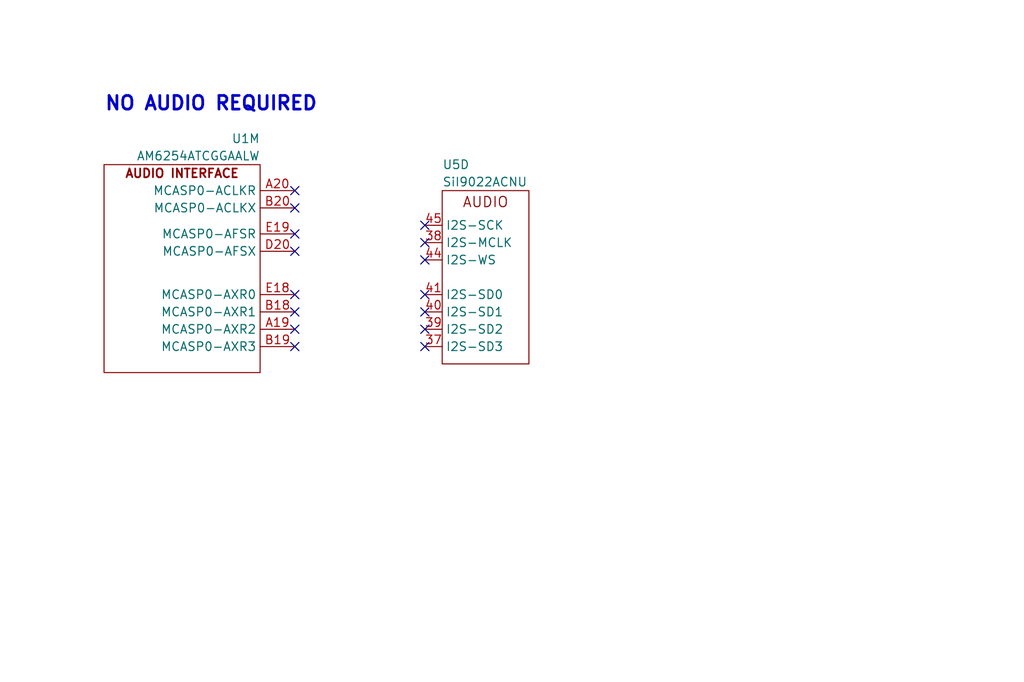
<source format=kicad_sch>
(kicad_sch (version 20231120) (generator "eeschema") (generator_version "8.0")
  (paper "User" 150.012 99.9998)
  (title_block (title "Benchy Reloaded") (rev "REV4") (company "Daxxn Industries"))
  (lib_symbols
    (symbol "Daxxn_IC:SiI9022ACNU"
      (property "Reference" "U" (at 0 3.81 0))
      (property "Value" "SiI9022ACNU" (at 0 1.27 0))
      (symbol "SiI9022ACNU_1_0"
        (pin power_in line (at -2.54 -19.05 0) (length 2.54) hide (name "VCC-CORE") (number "12"))
        (pin power_in line (at -2.54 -6.35 0) (length 2.54) hide (name "VCC-IO") (number "21"))
        (pin power_in line (at -2.54 -19.05 0) (length 2.54) hide (name "VCC-CORE") (number "26"))
        (pin power_in line (at -2.54 -6.35 0) (length 2.54) (name "VCC-IO") (number "3"))
        (pin power_in line (at -2.54 -19.05 0) (length 2.54) hide (name "VCC-CORE") (number "42"))
        (pin power_in line (at 27.94 -19.05 180) (length 2.54) (name "GND-CORE") (number "43"))
        (pin power_in line (at -2.54 -6.35 0) (length 2.54) hide (name "VCC-IO") (number "46"))
        (pin power_in line (at -2.54 -19.05 0) (length 2.54) hide (name "VCC-CORE") (number "47"))
        (pin power_in line (at -2.54 -19.05 0) (length 2.54) (name "VCC-CORE") (number "5"))
        (pin power_in line (at -2.54 -19.05 0) (length 2.54) hide (name "VCC-CORE") (number "53"))
        (pin power_in line (at 27.94 -6.35 180) (length 2.54) (name "GND-IO") (number "57"))
        (pin power_in line (at -2.54 -31.75 0) (length 2.54) (name "AVCC") (number "60"))
        (pin power_in line (at 27.94 -31.75 180) (length 2.54) (name "AGND") (number "63"))
        (pin power_in line (at -2.54 -31.75 0) (length 2.54) hide (name "AVCC") (number "66"))
        (pin power_in line (at 12.7 -38.1 90) (length 2.54) (name "GND-PAD") (number "73"))
      )
      (symbol "SiI9022ACNU_1_1"
        (text "POWER" (at 12.7 -2.54 0) (effects (font (size 1.5 1.5)) (justify bottom)))
      )
      (symbol "SiI9022ACNU_2_0"
        (pin bidirectional line (at 27.94 -5.08 180) (length 2.54) (name "CSCL") (number "1"))
        (pin bidirectional line (at 27.94 -8.89 180) (length 2.54) (name "CSDA") (number "2"))
        (pin input line (at -2.54 -5.08 0) (length 2.54) (name "~{RESET}") (number "51"))
        (pin output line (at -2.54 -8.89 0) (length 2.54) (name "INT") (number "52"))
        (pin passive line (at -2.54 -21.59 0) (length 2.54) (name "RSVDL") (number "55"))
        (pin input line (at 27.94 -21.59 180) (length 2.54) (name "EXT-SWING") (number "56"))
        (pin input line (at 27.94 -13.97 180) (length 2.54) (name "IO-SEL") (number "69"))
        (pin passive line (at -2.54 -17.78 0) (length 2.54) (name "VDDQ") (number "70"))
        (pin input line (at 27.94 -16.51 180) (length 2.54) (name "CI2CA") (number "72"))
      )
      (symbol "SiI9022ACNU_2_1"
        (text "CTRL" (at 12.7 -2.54 0) (effects (font (size 1.5 1.5)) (justify bottom)))
      )
      (symbol "SiI9022ACNU_3_0"
        (pin input line (at -2.54 -50.8 0) (length 2.54) (name "D18") (number "10"))
        (pin input line (at -2.54 -48.26 0) (length 2.54) (name "D17") (number "11"))
        (pin input line (at -2.54 -45.72 0) (length 2.54) (name "D16") (number "13"))
        (pin input line (at -2.54 -43.18 0) (length 2.54) (name "D15") (number "14"))
        (pin input line (at -2.54 -40.64 0) (length 2.54) (name "D14") (number "15"))
        (pin input line (at -2.54 -38.1 0) (length 2.54) (name "D13") (number "16"))
        (pin input line (at -2.54 -35.56 0) (length 2.54) (name "D12") (number "17"))
        (pin input line (at -2.54 -33.02 0) (length 2.54) (name "D11") (number "18"))
        (pin input line (at -2.54 -30.48 0) (length 2.54) (name "D10") (number "19"))
        (pin input line (at -2.54 -27.94 0) (length 2.54) (name "D9") (number "20"))
        (pin input line (at -2.54 -66.04 0) (length 2.54) (name "IDCK") (number "22"))
        (pin input line (at -2.54 -25.4 0) (length 2.54) (name "D8") (number "23"))
        (pin input line (at -2.54 -22.86 0) (length 2.54) (name "D7") (number "24"))
        (pin input line (at -2.54 -20.32 0) (length 2.54) (name "D6") (number "25"))
        (pin input line (at -2.54 -17.78 0) (length 2.54) (name "D5") (number "27"))
        (pin input line (at -2.54 -15.24 0) (length 2.54) (name "D4") (number "28"))
        (pin input line (at -2.54 -12.7 0) (length 2.54) (name "D3") (number "29"))
        (pin input line (at -2.54 -10.16 0) (length 2.54) (name "D2") (number "30"))
        (pin input line (at -2.54 -7.62 0) (length 2.54) (name "D1") (number "31"))
        (pin input line (at -2.54 -5.08 0) (length 2.54) (name "D0") (number "32"))
        (pin input line (at -2.54 -68.58 0) (length 2.54) (name "DE") (number "33"))
        (pin input line (at -2.54 -71.12 0) (length 2.54) (name "HSYNC") (number "34"))
        (pin input line (at -2.54 -73.66 0) (length 2.54) (name "VSYNC") (number "35"))
        (pin input line (at 27.94 -39.37 180) (length 2.54) (name "SPDIF") (number "36"))
        (pin input line (at -2.54 -63.5 0) (length 2.54) (name "D23") (number "4"))
        (pin bidirectional line (at 27.94 -54.61 180) (length 2.54) (name "DSDA") (number "48"))
        (pin bidirectional line (at 27.94 -52.07 180) (length 2.54) (name "DSCL") (number "49"))
        (pin bidirectional line (at 27.94 -62.23 180) (length 2.54) (name "CEC-D") (number "50"))
        (pin input line (at 27.94 -66.04 180) (length 2.54) (name "HPD") (number "54"))
        (pin output line (at 27.94 -5.08 180) (length 2.54) (name "TXC-") (number "58"))
        (pin output line (at 27.94 -7.62 180) (length 2.54) (name "TXC+") (number "59"))
        (pin input line (at -2.54 -60.96 0) (length 2.54) (name "D22") (number "6"))
        (pin output line (at 27.94 -12.7 180) (length 2.54) (name "TX0-") (number "61"))
        (pin output line (at 27.94 -15.24 180) (length 2.54) (name "TX0+") (number "62"))
        (pin output line (at 27.94 -20.32 180) (length 2.54) (name "TX1-") (number "64"))
        (pin output line (at 27.94 -22.86 180) (length 2.54) (name "TX1+") (number "65"))
        (pin output line (at 27.94 -27.94 180) (length 2.54) (name "TX2-") (number "67"))
        (pin output line (at 27.94 -30.48 180) (length 2.54) (name "TX2+") (number "68"))
        (pin input line (at -2.54 -58.42 0) (length 2.54) (name "D21") (number "7"))
        (pin bidirectional line (at 27.94 -59.69 180) (length 2.54) (name "CEC-A") (number "71"))
        (pin input line (at -2.54 -55.88 0) (length 2.54) (name "D20") (number "8"))
        (pin input line (at -2.54 -53.34 0) (length 2.54) (name "D19") (number "9"))
      )
      (symbol "SiI9022ACNU_3_1"
        (text "DISPLAY" (at 12.7 -2.54 0) (effects (font (size 1.5 1.5)) (justify bottom)))
      )
      (symbol "SiI9022ACNU_4_0"
        (pin input line (at -2.54 -22.86 0) (length 2.54) (name "I2S-SD3") (number "37"))
        (pin input line (at -2.54 -7.62 0) (length 2.54) (name "I2S-MCLK") (number "38"))
        (pin input line (at -2.54 -20.32 0) (length 2.54) (name "I2S-SD2") (number "39"))
        (pin input line (at -2.54 -17.78 0) (length 2.54) (name "I2S-SD1") (number "40"))
        (pin input line (at -2.54 -15.24 0) (length 2.54) (name "I2S-SD0") (number "41"))
        (pin input line (at -2.54 -10.16 0) (length 2.54) (name "I2S-WS") (number "44"))
        (pin input line (at -2.54 -5.08 0) (length 2.54) (name "I2S-SCK") (number "45"))
      )
      (symbol "SiI9022ACNU_4_1"
        (text "AUDIO" (at 6.35 -2.54 0) (effects (font (size 1.5 1.5)) (justify bottom)))
      )
    )
    (symbol "Daxxn_TIMicros:AM6254ATCGGAALW"
      (property "Reference" "U" (at 0 3.81 0))
      (property "Value" "AM6254ATCGGAALW" (at 0 1.27 0))
      (symbol "AM6254ATCGGAALW_1_1"
        (text "POWER" (at 12.7 -2.54 0) (effects (font (size 2 2) (bold yes))))
        (text "PROG. SUPPLY" (at 20.32 -6.35 0) (effects (font (size 0.8 0.8)) (justify right)))
        (text "x17" (at 11.43 -41.91 0) (effects (font (size 1.27 1.27)) (justify left)))
        (text "x2" (at 10.16 -27.94 0) (effects (font (size 1.27 1.27)) (justify left)))
        (text "x2" (at 10.16 -15.24 0) (effects (font (size 1.27 1.27)) (justify left)))
        (text "x2" (at 10.16 -12.7 0) (effects (font (size 1.27 1.27)) (justify left)))
        (text "x2" (at 13.97 -10.16 0) (effects (font (size 1.27 1.27)) (justify left)))
        (text "x4" (at 10.16 -17.78 0) (effects (font (size 1.27 1.27)) (justify left)))
        (text "x4" (at 11.43 -95.25 0) (effects (font (size 1.27 1.27)) (justify left)))
        (text "x62" (at 5.08 -130.81 0) (effects (font (size 1.27 1.27)) (justify left)))
        (text "x8" (at 12.7 -52.07 0) (effects (font (size 1.27 1.27)) (justify left)))
        (pin power_in line (at -5.08 -130.81 0) (length 5.08) (name "VSS") (number "A1"))
        (pin no_connect line (at 11.43 35.56 0) (length 5.08) hide (name "RSVD1") (number "A2"))
        (pin power_in line (at -5.08 -130.81 0) (length 5.08) hide (name "VSS") (number "A24"))
        (pin power_in line (at -5.08 -130.81 0) (length 5.08) hide (name "VSS") (number "A25"))
        (pin power_in line (at -5.08 -130.81 0) (length 5.08) hide (name "VSS") (number "AA11"))
        (pin no_connect line (at 11.43 22.86 0) (length 5.08) hide (name "RSVD6") (number "AA12"))
        (pin power_in line (at -5.08 -130.81 0) (length 5.08) hide (name "VSS") (number "AB9"))
        (pin power_in line (at -5.08 -130.81 0) (length 5.08) hide (name "VSS") (number "AD1"))
        (pin power_in line (at -5.08 -130.81 0) (length 5.08) hide (name "VSS") (number "AD12"))
        (pin power_in line (at -5.08 -130.81 0) (length 5.08) hide (name "VSS") (number "AD16"))
        (pin power_in line (at -5.08 -130.81 0) (length 5.08) hide (name "VSS") (number "AD25"))
        (pin power_in line (at -5.08 -130.81 0) (length 5.08) hide (name "VSS") (number "AD9"))
        (pin power_in line (at -5.08 -130.81 0) (length 5.08) hide (name "VSS") (number "AE1"))
        (pin power_in line (at -5.08 -130.81 0) (length 5.08) hide (name "VSS") (number "AE12"))
        (pin power_in line (at -5.08 -130.81 0) (length 5.08) hide (name "VSS") (number "AE16"))
        (pin no_connect line (at 11.43 30.48 0) (length 5.08) hide (name "RSVD3") (number "AE2"))
        (pin power_in line (at -5.08 -130.81 0) (length 5.08) hide (name "VSS") (number "AE24"))
        (pin power_in line (at -5.08 -130.81 0) (length 5.08) hide (name "VSS") (number "AE25"))
        (pin power_in line (at -5.08 -130.81 0) (length 5.08) hide (name "VSS") (number "AE8"))
        (pin no_connect line (at 11.43 38.1 0) (length 5.08) hide (name "RSVD0") (number "B1"))
        (pin power_in line (at -5.08 -130.81 0) (length 5.08) hide (name "VSS") (number "B25"))
        (pin no_connect line (at 11.43 17.78 0) (length 5.08) hide (name "RSVD8") (number "E7"))
        (pin power_in line (at -5.08 -10.16 0) (length 5.08) (name "VDDSHV-MCU") (number "F11"))
        (pin power_in line (at -5.08 -130.81 0) (length 5.08) hide (name "VSS") (number "F13"))
        (pin power_in line (at -5.08 -12.7 0) (length 5.08) (name "VDDSHV0") (number "F15"))
        (pin no_connect line (at 11.43 33.02 0) (length 5.08) hide (name "RSVD2") (number "F6"))
        (pin power_in line (at -5.08 -44.45 0) (length 5.08) (name "VDD-CANUART") (number "F8"))
        (pin power_in line (at -5.08 -10.16 0) (length 5.08) hide (name "VDDSHV-MCU") (number "G12"))
        (pin power_in line (at -5.08 -130.81 0) (length 5.08) hide (name "VSS") (number "G13"))
        (pin power_in line (at -5.08 -12.7 0) (length 5.08) hide (name "VDDSHV0") (number "G14"))
        (pin power_in line (at -5.08 -69.85 0) (length 5.08) (name "VDDA-TEMP1") (number "G16"))
        (pin power_in line (at -5.08 -87.63 0) (length 5.08) (name "VDDSHV5") (number "G17"))
        (pin power_in line (at -5.08 -130.81 0) (length 5.08) hide (name "VSS") (number "G19"))
        (pin power_in line (at -5.08 -82.55 0) (length 5.08) (name "VDDS-OSC0") (number "G7"))
        (pin power_in line (at -5.08 -100.33 0) (length 5.08) (name "CAP-VDDS-CANUART") (number "G9"))
        (pin power_in line (at -5.08 -120.65 0) (length 5.08) (name "CAP-VDDS-MCU") (number "H11"))
        (pin power_in line (at -5.08 -130.81 0) (length 5.08) hide (name "VSS") (number "H13"))
        (pin power_in line (at -5.08 -102.87 0) (length 5.08) (name "CAP-VDDS0") (number "H15"))
        (pin power_in line (at -5.08 -130.81 0) (length 5.08) hide (name "VSS") (number "H16"))
        (pin power_in line (at -5.08 -115.57 0) (length 5.08) (name "CAP-VDDS5") (number "H17"))
        (pin power_in line (at -5.08 -130.81 0) (length 5.08) hide (name "VSS") (number "H18"))
        (pin power_in line (at -5.08 -130.81 0) (length 5.08) hide (name "VSS") (number "H20"))
        (pin power_in line (at -5.08 -41.91 0) (length 5.08) (name "VDD_CORE") (number "H8"))
        (pin power_in line (at -5.08 -20.32 0) (length 5.08) (name "VDDSHV-CANUART") (number "H9"))
        (pin power_in line (at -5.08 -41.91 0) (length 5.08) hide (name "VDD_CORE") (number "J11"))
        (pin power_in line (at -5.08 -52.07 0) (length 5.08) (name "VDDR-CORE") (number "J12"))
        (pin power_in line (at -5.08 -130.81 0) (length 5.08) hide (name "VSS") (number "J13"))
        (pin power_in line (at -5.08 -41.91 0) (length 5.08) hide (name "VDD_CORE") (number "J14"))
        (pin power_in line (at -5.08 -33.02 0) (length 5.08) (name "VDDSHV6") (number "J18"))
        (pin power_in line (at -5.08 -118.11 0) (length 5.08) (name "CAP-VDDS6") (number "J19"))
        (pin power_in line (at -5.08 -130.81 0) (length 5.08) hide (name "VSS") (number "J7"))
        (pin power_in line (at 30.48 -6.35 180) (length 5.08) (name "VPP") (number "J8"))
        (pin power_in line (at -5.08 -130.81 0) (length 5.08) hide (name "VSS") (number "K13"))
        (pin power_in line (at -5.08 -130.81 0) (length 5.08) hide (name "VSS") (number "K15"))
        (pin power_in line (at -5.08 -52.07 0) (length 5.08) hide (name "VDDR-CORE") (number "K16"))
        (pin power_in line (at -5.08 -41.91 0) (length 5.08) hide (name "VDD_CORE") (number "K17"))
        (pin power_in line (at -5.08 -105.41 0) (length 5.08) (name "CAP-VDDS1") (number "K18"))
        (pin power_in line (at -5.08 -130.81 0) (length 5.08) hide (name "VSS") (number "K19"))
        (pin power_in line (at -5.08 -130.81 0) (length 5.08) hide (name "VSS") (number "K7"))
        (pin power_in line (at -5.08 -95.25 0) (length 5.08) (name "VDDS-DDR") (number "K9"))
        (pin power_in line (at -5.08 -57.15 0) (length 5.08) (name "VDDA-MCU") (number "L11"))
        (pin power_in line (at -5.08 -41.91 0) (length 5.08) hide (name "VDD_CORE") (number "L12"))
        (pin power_in line (at -5.08 -64.77 0) (length 5.08) (name "VDDA-PLL2") (number "L14"))
        (pin power_in line (at -5.08 -41.91 0) (length 5.08) hide (name "VDD_CORE") (number "L15"))
        (pin power_in line (at -5.08 -27.94 0) (length 5.08) hide (name "VDDSHV1") (number "L18"))
        (pin power_in line (at -5.08 -130.81 0) (length 5.08) hide (name "VSS") (number "L20"))
        (pin power_in line (at -5.08 -95.25 0) (length 5.08) hide (name "VDDS-DDR") (number "L8"))
        (pin power_in line (at -5.08 -130.81 0) (length 5.08) hide (name "VSS") (number "M10"))
        (pin power_in line (at -5.08 -130.81 0) (length 5.08) hide (name "VSS") (number "M12"))
        (pin power_in line (at -5.08 -130.81 0) (length 5.08) hide (name "VSS") (number "M13"))
        (pin power_in line (at -5.08 -41.91 0) (length 5.08) hide (name "VDD_CORE") (number "M16"))
        (pin power_in line (at -5.08 -130.81 0) (length 5.08) hide (name "VSS") (number "M17"))
        (pin power_in line (at -5.08 -130.81 0) (length 5.08) hide (name "VSS") (number "M18"))
        (pin power_in line (at -5.08 -27.94 0) (length 5.08) (name "VDDSHV1") (number "M19"))
        (pin power_in line (at -5.08 -130.81 0) (length 5.08) hide (name "VSS") (number "M7"))
        (pin power_in line (at -5.08 -130.81 0) (length 5.08) hide (name "VSS") (number "M8"))
        (pin power_in line (at -5.08 -92.71 0) (length 5.08) (name "VDDS-DDR-C") (number "M9"))
        (pin power_in line (at -5.08 -41.91 0) (length 5.08) hide (name "VDD_CORE") (number "N11"))
        (pin power_in line (at -5.08 -52.07 0) (length 5.08) hide (name "VDDR-CORE") (number "N12"))
        (pin power_in line (at -5.08 -41.91 0) (length 5.08) hide (name "VDD_CORE") (number "N13"))
        (pin power_in line (at -5.08 -52.07 0) (length 5.08) hide (name "VDDR-CORE") (number "N14"))
        (pin power_in line (at -5.08 -130.81 0) (length 5.08) hide (name "VSS") (number "N15"))
        (pin power_in line (at -5.08 -17.78 0) (length 5.08) hide (name "VDDSHV3") (number "N18"))
        (pin power_in line (at -5.08 -41.91 0) (length 5.08) hide (name "VDD_CORE") (number "N8"))
        (pin power_in line (at -5.08 -130.81 0) (length 5.08) hide (name "VSS") (number "P10"))
        (pin power_in line (at -5.08 -130.81 0) (length 5.08) hide (name "VSS") (number "P13"))
        (pin power_in line (at -5.08 -52.07 0) (length 5.08) hide (name "VDDR-CORE") (number "P16"))
        (pin power_in line (at -5.08 -41.91 0) (length 5.08) hide (name "VDD_CORE") (number "P17"))
        (pin power_in line (at -5.08 -17.78 0) (length 5.08) hide (name "VDDSHV3") (number "P18"))
        (pin power_in line (at -5.08 -110.49 0) (length 5.08) (name "CAP-VDDS3") (number "P19"))
        (pin power_in line (at -5.08 -130.81 0) (length 5.08) hide (name "VSS") (number "P7"))
        (pin power_in line (at -5.08 -95.25 0) (length 5.08) hide (name "VDDS-DDR") (number "P9"))
        (pin power_in line (at -5.08 -41.91 0) (length 5.08) hide (name "VDD_CORE") (number "R11"))
        (pin power_in line (at -5.08 -52.07 0) (length 5.08) hide (name "VDDR-CORE") (number "R12"))
        (pin power_in line (at -5.08 -130.81 0) (length 5.08) hide (name "VSS") (number "R13"))
        (pin power_in line (at -5.08 -41.91 0) (length 5.08) hide (name "VDD_CORE") (number "R14"))
        (pin power_in line (at -5.08 -130.81 0) (length 5.08) hide (name "VSS") (number "R15"))
        (pin power_in line (at -5.08 -130.81 0) (length 5.08) hide (name "VSS") (number "R18"))
        (pin power_in line (at -5.08 -130.81 0) (length 5.08) hide (name "VSS") (number "R20"))
        (pin power_in line (at -5.08 -95.25 0) (length 5.08) hide (name "VDDS-DDR") (number "R8"))
        (pin power_in line (at -5.08 -52.07 0) (length 5.08) hide (name "VDDR-CORE") (number "T10"))
        (pin power_in line (at -5.08 -130.81 0) (length 5.08) hide (name "VSS") (number "T13"))
        (pin power_in line (at -5.08 -130.81 0) (length 5.08) hide (name "VSS") (number "T14"))
        (pin power_in line (at -5.08 -130.81 0) (length 5.08) hide (name "VSS") (number "T16"))
        (pin power_in line (at -5.08 -130.81 0) (length 5.08) hide (name "VSS") (number "T17"))
        (pin power_in line (at -5.08 -130.81 0) (length 5.08) hide (name "VSS") (number "T18"))
        (pin power_in line (at -5.08 -17.78 0) (length 5.08) (name "VDDSHV3") (number "T19"))
        (pin no_connect line (at 11.43 27.94 0) (length 5.08) hide (name "RSVD4") (number "T2"))
        (pin power_in line (at -5.08 -30.48 0) (length 5.08) (name "VDDSHV4") (number "T7"))
        (pin power_in line (at -5.08 -130.81 0) (length 5.08) hide (name "VSS") (number "T8"))
        (pin power_in line (at -5.08 -67.31 0) (length 5.08) (name "VDDA-TEMP0") (number "T9"))
        (pin power_in line (at -5.08 -59.69 0) (length 5.08) (name "VDDA-PLL0") (number "U11"))
        (pin power_in line (at -5.08 -41.91 0) (length 5.08) hide (name "VDD_CORE") (number "U12"))
        (pin power_in line (at -5.08 -52.07 0) (length 5.08) hide (name "VDDR-CORE") (number "U14"))
        (pin power_in line (at -5.08 -62.23 0) (length 5.08) (name "VDDA-PLL1") (number "U15"))
        (pin power_in line (at -5.08 -17.78 0) (length 5.08) hide (name "VDDSHV3") (number "U18"))
        (pin power_in line (at -5.08 -130.81 0) (length 5.08) hide (name "VSS") (number "U19"))
        (pin no_connect line (at 11.43 25.4 0) (length 5.08) hide (name "RSVD5") (number "U4"))
        (pin power_in line (at -5.08 -113.03 0) (length 5.08) (name "CAP-VDDS4") (number "U7"))
        (pin power_in line (at -5.08 -130.81 0) (length 5.08) hide (name "VSS") (number "U8"))
        (pin power_in line (at -5.08 -130.81 0) (length 5.08) hide (name "VSS") (number "V10"))
        (pin power_in line (at -5.08 -130.81 0) (length 5.08) hide (name "VSS") (number "V11"))
        (pin power_in line (at -5.08 -130.81 0) (length 5.08) hide (name "VSS") (number "V13"))
        (pin power_in line (at -5.08 -41.91 0) (length 5.08) hide (name "VDD_CORE") (number "V15"))
        (pin power_in line (at -5.08 -130.81 0) (length 5.08) hide (name "VSS") (number "V16"))
        (pin power_in line (at -5.08 -41.91 0) (length 5.08) hide (name "VDD_CORE") (number "V17"))
        (pin power_in line (at -5.08 -130.81 0) (length 5.08) hide (name "VSS") (number "V18"))
        (pin power_in line (at -5.08 -41.91 0) (length 5.08) hide (name "VDD_CORE") (number "V8"))
        (pin power_in line (at -5.08 -130.81 0) (length 5.08) hide (name "VSS") (number "V9"))
        (pin power_in line (at -5.08 -74.93 0) (length 5.08) (name "VDDA-1P8-OLDI0") (number "W10"))
        (pin power_in line (at -5.08 -49.53 0) (length 5.08) (name "VDDA-CORE-USB") (number "W12"))
        (pin power_in line (at -5.08 -46.99 0) (length 5.08) (name "VDDA-CORE-CSIRX0") (number "W13"))
        (pin power_in line (at -5.08 -72.39 0) (length 5.08) (name "VDDA-1P8-CSIRX0") (number "W14"))
        (pin power_in line (at -5.08 -15.24 0) (length 5.08) hide (name "VDDSHV2") (number "W16"))
        (pin power_in line (at -5.08 -107.95 0) (length 5.08) (name "CAP-VDDS2") (number "W17"))
        (pin power_in line (at -5.08 -15.24 0) (length 5.08) (name "VDDSHV2") (number "W19"))
        (pin power_in line (at -5.08 -130.81 0) (length 5.08) hide (name "VSS") (number "W7"))
        (pin power_in line (at -5.08 -77.47 0) (length 5.08) (name "VDDA-1P8-OLDI0") (number "W9"))
        (pin power_in line (at -5.08 -80.01 0) (length 5.08) (name "VDDA-1P8-USB") (number "Y11"))
        (pin power_in line (at -5.08 -22.86 0) (length 5.08) (name "VDDA-3P3-USB") (number "Y13"))
        (pin no_connect line (at 11.43 20.32 0) (length 5.08) hide (name "RSVD7") (number "Y15"))
        (pin power_in line (at -5.08 -130.81 0) (length 5.08) hide (name "VSS") (number "Y2"))
      )
      (symbol "AM6254ATCGGAALW_2_1"
        (text "CONTROL" (at 17.78 -1.27 0) (effects (font (size 1.27 1.27) (bold yes))))
        (pin input line (at -5.08 -15.24 0) (length 5.08) (name "EXT-REFCLK1") (number "A18"))
        (pin output line (at -5.08 -30.48 0) (length 5.08) (name "MCU-OSC0-XO") (number "A3"))
        (pin bidirectional line (at -5.08 -49.53 0) (length 5.08) (name "MCU-UART0-TXD") (number "A5"))
        (pin bidirectional line (at -5.08 -54.61 0) (length 5.08) (name "MCU-UART0-CTSn") (number "A6"))
        (pin bidirectional line (at 43.18 -46.99 180) (length 5.08) (name "MCU-SPI0-CLK") (number "A7"))
        (pin bidirectional line (at 43.18 -26.67 180) (length 5.08) (name "MCU-I2C0-SCL") (number "A8"))
        (pin output line (at 43.18 -6.35 180) (length 5.08) (name "MCU-~{RESET-STAT}") (number "B12"))
        (pin input line (at -5.08 -27.94 0) (length 5.08) (name "MCU-OSC0-XI") (number "B2"))
        (pin input line (at 43.18 -34.29 180) (length 5.08) (name "MCU-MCAN0-RX") (number "B3"))
        (pin input line (at -5.08 -52.07 0) (length 5.08) (name "MCU-UART0-RXD") (number "B5"))
        (pin output line (at -5.08 -57.15 0) (length 5.08) (name "MCU-UART0-RTSn") (number "B6"))
        (pin output line (at 43.18 -11.43 180) (length 5.08) (name "PMIC-LPM-EN0") (number "B7"))
        (pin bidirectional line (at 43.18 -57.15 180) (length 5.08) (name "MCU-SPI0-CS1") (number "B8"))
        (pin output line (at -5.08 -40.64 0) (length 5.08) (name "WKUP-LFOSC0-XO") (number "C1"))
        (pin input line (at -5.08 -38.1 0) (length 5.08) (name "WKUP-LFOSC0-XI") (number "C2"))
        (pin bidirectional line (at 43.18 -52.07 180) (length 5.08) (name "MCU-SPI0-D1") (number "C9"))
        (pin bidirectional line (at 43.18 -15.24 180) (length 5.08) (name "MCU-~{ERROR}") (number "D1"))
        (pin bidirectional line (at 43.18 -29.21 180) (length 5.08) (name "MCU-I2C0-SDA") (number "D10"))
        (pin input line (at -5.08 -11.43 0) (length 5.08) (name "EXTINTn") (number "D16"))
        (pin input line (at -5.08 -20.32 0) (length 5.08) (name "~{MCU-POR}") (number "D2"))
        (pin input line (at 43.18 -39.37 180) (length 5.08) (name "MCU-MCAN1-RX") (number "D4"))
        (pin output line (at 43.18 -36.83 180) (length 5.08) (name "MCU-MCAN0-TX") (number "D6"))
        (pin bidirectional line (at 43.18 -49.53 180) (length 5.08) (name "MCU-SPI0-D0") (number "D9"))
        (pin input line (at -5.08 -6.35 0) (length 5.08) (name "MCU-~{RESET}") (number "E11"))
        (pin output line (at 43.18 -20.32 180) (length 5.08) (name "~{POR}-OUT") (number "E21"))
        (pin output line (at 43.18 -41.91 180) (length 5.08) (name "MCU-MCAN1-TX") (number "E5"))
        (pin bidirectional line (at 43.18 -54.61 180) (length 5.08) (name "MCU-SPI0-CS0") (number "E8"))
        (pin input line (at -5.08 -3.81 0) (length 5.08) (name "~{RESET-REQ}") (number "F20"))
        (pin output line (at 43.18 -3.81 180) (length 5.08) (name "~{RESETSTA}") (number "F22"))
      )
      (symbol "AM6254ATCGGAALW_3_1"
        (text "DEBUG" (at 6.35 -1.27 0) (effects (font (size 1.27 1.27) (bold yes))))
        (pin input line (at -5.08 -12.7 0) (length 5.08) (name "TCK") (number "A10"))
        (pin input line (at -5.08 -15.24 0) (length 5.08) (name "TDI") (number "A11"))
        (pin input line (at -5.08 -22.86 0) (length 5.08) (name "~{TRST}") (number "B10"))
        (pin input line (at -5.08 -20.32 0) (length 5.08) (name "TMS") (number "B11"))
        (pin bidirectional line (at -5.08 -7.62 0) (length 5.08) (name "EMU1") (number "C11"))
        (pin output line (at -5.08 -17.78 0) (length 5.08) (name "TDO") (number "D12"))
        (pin bidirectional line (at -5.08 -5.08 0) (length 5.08) (name "EMU0") (number "E12"))
      )
      (symbol "AM6254ATCGGAALW_4_1"
        (text "DDR MEMORY" (at 25.4 -2.54 0) (effects (font (size 1.27 1.27) (bold yes))))
        (pin bidirectional line (at 55.88 -66.04 180) (length 5.08) (name "DDR0-DQS0+") (number "E1"))
        (pin bidirectional line (at 55.88 -68.58 180) (length 5.08) (name "DDR0-DQS0-") (number "E2"))
        (pin bidirectional line (at 55.88 -55.88 180) (length 5.08) (name "DDR0-DQ4") (number "E3"))
        (pin bidirectional line (at 55.88 -63.5 180) (length 5.08) (name "DDR0-DQ7") (number "F1"))
        (pin bidirectional line (at 55.88 -60.96 180) (length 5.08) (name "DDR0-DQ6") (number "F2"))
        (pin bidirectional line (at 55.88 -50.8 180) (length 5.08) (name "DDR0-DQ2") (number "F3"))
        (pin bidirectional line (at 55.88 -45.72 180) (length 5.08) (name "DDR0-DQ0") (number "F4"))
        (pin output line (at -5.08 -25.4 0) (length 5.08) (name "DDR0-RESET0-n") (number "G1"))
        (pin bidirectional line (at 55.88 -58.42 180) (length 5.08) (name "DDR0-DQ5") (number "G2"))
        (pin bidirectional line (at 55.88 -48.26 180) (length 5.08) (name "DDR0-DQ1") (number "G5"))
        (pin output line (at -5.08 -77.47 0) (length 5.08) (name "DDR0-ODT0") (number "H1"))
        (pin output line (at -5.08 -58.42 0) (length 5.08) (name "DDR0-CKE0") (number "H2"))
        (pin bidirectional line (at -5.08 -64.77 0) (length 5.08) (name "DDR0-DM0") (number "H5"))
        (pin bidirectional line (at 55.88 -53.34 180) (length 5.08) (name "DDR0-DQ3") (number "H6"))
        (pin output line (at 55.88 -2.54 180) (length 5.08) (name "DDR0-A0") (number "J1"))
        (pin output line (at 55.88 -5.08 180) (length 5.08) (name "DDR0-A1") (number "J2"))
        (pin output line (at -5.08 -80.01 0) (length 5.08) (name "DDR0-ODT1") (number "J3"))
        (pin output line (at -5.08 -60.96 0) (length 5.08) (name "DDR0-CKE1") (number "J4"))
        (pin output line (at 55.88 -15.24 180) (length 5.08) (name "DDR0-A5") (number "K1"))
        (pin output line (at -5.08 -43.18 0) (length 5.08) (name "DDR0-~{CS1}") (number "K2"))
        (pin output line (at 55.88 -7.62 180) (length 5.08) (name "DDR0-A2") (number "K3"))
        (pin output line (at 55.88 -12.7 180) (length 5.08) (name "DDR0-A4") (number "K4"))
        (pin output line (at -5.08 -34.29 0) (length 5.08) (name "DDR0-CK0+") (number "L1"))
        (pin output line (at -5.08 -36.83 0) (length 5.08) (name "DDR0-CK0-") (number "L2"))
        (pin output line (at 55.88 -10.16 180) (length 5.08) (name "DDR0-A3") (number "L5"))
        (pin output line (at -5.08 -40.64 0) (length 5.08) (name "DDR0-~{CS0}") (number "L6"))
        (pin output line (at -5.08 -46.99 0) (length 5.08) (name "DDR0-BA0") (number "M1"))
        (pin passive line (at -5.08 -93.98 0) (length 5.08) (name "DDR0-CAL0") (number "M2"))
        (pin output line (at -5.08 -12.7 0) (length 5.08) (name "DDR0-CAS-n") (number "M4"))
        (pin output line (at -5.08 -20.32 0) (length 5.08) (name "DDR0-RAS-n") (number "M5"))
        (pin output line (at -5.08 -49.53 0) (length 5.08) (name "DDR0-BA1") (number "N1"))
        (pin output line (at -5.08 -73.66 0) (length 5.08) (name "DDR0-BG1") (number "N2"))
        (pin output line (at -5.08 -17.78 0) (length 5.08) (name "DDR0-WE-n") (number "N3"))
        (pin output line (at -5.08 -22.86 0) (length 5.08) (name "DDR0-ACT-n") (number "N6"))
        (pin output line (at 55.88 -22.86 180) (length 5.08) (name "DDR0-A8") (number "P1"))
        (pin output line (at 55.88 -20.32 180) (length 5.08) (name "DDR0-A7") (number "P2"))
        (pin output line (at 55.88 -25.4 180) (length 5.08) (name "DDR0-A9") (number "P4"))
        (pin output line (at 55.88 -30.48 180) (length 5.08) (name "DDR0-A11") (number "P5"))
        (pin output line (at 55.88 -35.56 180) (length 5.08) (name "DDR0-A13") (number "R1"))
        (pin output line (at 55.88 -17.78 180) (length 5.08) (name "DDR0-A6") (number "R2"))
        (pin bidirectional line (at -5.08 -10.16 0) (length 5.08) (name "DDR0-ALERT-n") (number "R3"))
        (pin output line (at 55.88 -27.94 180) (length 5.08) (name "DDR0-A10") (number "R5"))
        (pin output line (at 55.88 -33.02 180) (length 5.08) (name "DDR0-A12") (number "R6"))
        (pin output line (at -5.08 -15.24 0) (length 5.08) (name "DDR0-PAR") (number "T1"))
        (pin output line (at -5.08 -71.12 0) (length 5.08) (name "DDR0-BG0") (number "T4"))
        (pin bidirectional line (at 55.88 -71.12 180) (length 5.08) (name "DDR0-DQ8") (number "U1"))
        (pin bidirectional line (at 55.88 -76.2 180) (length 5.08) (name "DDR0-DQ10") (number "U2"))
        (pin bidirectional line (at 55.88 -73.66 180) (length 5.08) (name "DDR0-DQ9") (number "U3"))
        (pin bidirectional line (at 55.88 -91.44 180) (length 5.08) (name "DDR0-DQS1+") (number "V1"))
        (pin bidirectional line (at 55.88 -93.98 180) (length 5.08) (name "DDR0-DQS1-") (number "V2"))
        (pin bidirectional line (at 55.88 -78.74 180) (length 5.08) (name "DDR0-DQ11") (number "V5"))
        (pin bidirectional line (at 55.88 -83.82 180) (length 5.08) (name "DDR0-DQ13") (number "V6"))
        (pin bidirectional line (at 55.88 -88.9 180) (length 5.08) (name "DDR0-DQ15") (number "W1"))
        (pin bidirectional line (at 55.88 -81.28 180) (length 5.08) (name "DDR0-DQ12") (number "W2"))
        (pin bidirectional line (at -5.08 -67.31 0) (length 5.08) (name "DDR0-DM1") (number "W5"))
        (pin bidirectional line (at 55.88 -86.36 180) (length 5.08) (name "DDR0-DQ14") (number "Y1"))
      )
      (symbol "AM6254ATCGGAALW_5_1"
        (text "POWER MONITORS" (at 10.16 -1.27 0) (effects (font (size 1.27 1.27) (bold yes))))
        (pin input line (at -5.08 -3.81 0) (length 5.08) (name "VMON-1P8-SOC") (number "G10"))
        (pin input line (at -5.08 -19.05 0) (length 5.08) (name "VMON-VSYS") (number "H10"))
        (pin input line (at -5.08 -11.43 0) (length 5.08) (name "VMON-3P3-SOC") (number "K10"))
      )
      (symbol "AM6254ATCGGAALW_6_1"
        (text "ETHERNET" (at 19.05 -2.54 0) (effects (font (size 1.27 1.27) (bold yes))))
        (pin input line (at -5.08 -24.13 0) (length 5.08) (name "RGMII1-RD3") (number "AA15"))
        (pin output line (at 43.18 -30.48 180) (length 5.08) (name "RGMII2-TD1") (number "AA18"))
        (pin output line (at 43.18 -12.7 180) (length 5.08) (name "RGMII2-TX-CTL") (number "AA19"))
        (pin input line (at -5.08 -21.59 0) (length 5.08) (name "RGMII1-RD2") (number "AB16"))
        (pin input line (at -5.08 -16.51 0) (length 5.08) (name "RGMII1-RD0") (number "AB17"))
        (pin input line (at 43.18 -19.05 180) (length 5.08) (name "RGMII2-RD1") (number "AB20"))
        (pin bidirectional line (at 43.18 -43.18 180) (length 5.08) (name "MDIO0-MDIO") (number "AB22"))
        (pin input line (at -5.08 -19.05 0) (length 5.08) (name "RGMII1-RD1") (number "AC17"))
        (pin output line (at 43.18 -35.56 180) (length 5.08) (name "RGMII2-TD3") (number "AC20"))
        (pin input line (at 43.18 -21.59 180) (length 5.08) (name "RGMII2-RD2") (number "AC21"))
        (pin input line (at -5.08 -5.08 0) (length 5.08) (name "RGMII1-RXC") (number "AD17"))
        (pin output line (at -5.08 -35.56 0) (length 5.08) (name "RGMII1-TD3") (number "AD18"))
        (pin output line (at -5.08 -12.7 0) (length 5.08) (name "RGMII1-TX-CTL") (number "AD19"))
        (pin output line (at -5.08 -30.48 0) (length 5.08) (name "RGMII1-TD1") (number "AD20"))
        (pin output line (at 43.18 -33.02 180) (length 5.08) (name "RGMII2-TD2") (number "AD21"))
        (pin input line (at 43.18 -7.62 180) (length 5.08) (name "RGMII2-RX-CTL") (number "AD22"))
        (pin input line (at 43.18 -5.08 180) (length 5.08) (name "RGMII2-RXC") (number "AD23"))
        (pin output line (at 43.18 -40.64 180) (length 5.08) (name "MDIO0-MDC") (number "AD24"))
        (pin input line (at -5.08 -7.62 0) (length 5.08) (name "RGMII1-RX-CTL") (number "AE17"))
        (pin output line (at -5.08 -33.02 0) (length 5.08) (name "RGMII1-TD2") (number "AE18"))
        (pin output line (at -5.08 -10.16 0) (length 5.08) (name "RGMII1-TXC") (number "AE19"))
        (pin output line (at -5.08 -27.94 0) (length 5.08) (name "RGMII1-TD0") (number "AE20"))
        (pin output line (at 43.18 -10.16 180) (length 5.08) (name "RGMII2-TXC") (number "AE21"))
        (pin input line (at 43.18 -24.13 180) (length 5.08) (name "RGMII2-RD3") (number "AE22"))
        (pin input line (at 43.18 -16.51 180) (length 5.08) (name "RGMII2-RD0") (number "AE23"))
        (pin output line (at 43.18 -27.94 180) (length 5.08) (name "RGMII2-TD0") (number "Y18"))
      )
      (symbol "AM6254ATCGGAALW_7_1"
        (text "USB" (at 11.43 -1.27 0) (effects (font (size 1.27 1.27) (bold yes))))
        (pin input line (at 27.94 -31.75 180) (length 5.08) (name "USB1-VBUS") (number "AB10"))
        (pin input line (at 27.94 -3.81 180) (length 5.08) (name "USB0-VBUS") (number "AC11"))
        (pin input line (at 27.94 -52.07 180) (length 5.08) (name "USB1-RCALIB") (number "AC9"))
        (pin bidirectional line (at 27.94 -39.37 180) (length 5.08) (name "USB1-D-") (number "AD10"))
        (pin bidirectional line (at 27.94 -13.97 180) (length 5.08) (name "USB0-D+") (number "AD11"))
        (pin input line (at 27.94 -24.13 180) (length 5.08) (name "USB0-RCALIB") (number "AE10"))
        (pin bidirectional line (at 27.94 -11.43 180) (length 5.08) (name "USB0-D-") (number "AE11"))
        (pin bidirectional line (at 27.94 -41.91 180) (length 5.08) (name "USB1-D+") (number "AE9"))
        (pin output line (at 27.94 -21.59 180) (length 5.08) (name "USB0-DRVVBUS") (number "C20"))
        (pin output line (at 27.94 -49.53 180) (length 5.08) (name "USB1-DRVVBUS") (number "F18"))
      )
      (symbol "AM6254ATCGGAALW_8_1"
        (text "CAMERA" (at 10.16 -2.54 0) (effects (font (size 1.27 1.27) (bold yes))))
        (pin input line (at -3.81 -43.18 0) (length 5.08) (name "CSI0-RXRCALIB") (number "AA14"))
        (pin input line (at -3.81 -30.48 0) (length 5.08) (name "CSI0-RX3-") (number "AB12"))
        (pin input line (at -3.81 -7.62 0) (length 5.08) (name "CSI0-RX0-") (number "AB14"))
        (pin input line (at -3.81 -27.94 0) (length 5.08) (name "CSI0-RX3+") (number "AC13"))
        (pin input line (at -3.81 -5.08 0) (length 5.08) (name "CSI0-RX0+") (number "AC15"))
        (pin input line (at -3.81 -22.86 0) (length 5.08) (name "CSI0-RX2-") (number "AD13"))
        (pin input line (at -3.81 -15.24 0) (length 5.08) (name "CSI0-RX1-") (number "AD14"))
        (pin input line (at -3.81 -38.1 0) (length 5.08) (name "CSI0-RXCLK-") (number "AD15"))
        (pin input line (at -3.81 -20.32 0) (length 5.08) (name "CSI0-RX2+") (number "AE13"))
        (pin input line (at -3.81 -12.7 0) (length 5.08) (name "CSI0-RX1+") (number "AE14"))
        (pin input line (at -3.81 -35.56 0) (length 5.08) (name "CSI0-RXCLK+") (number "AE15"))
      )
      (symbol "AM6254ATCGGAALW_9_1"
        (text "OCTAL SPI MEMORY" (at 11.43 -1.27 0) (effects (font (size 1.27 1.27) (bold yes))))
        (pin output line (at -5.08 -24.13 0) (length 5.08) (name "OSPI0-~{CS}3") (number "E24"))
        (pin bidirectional line (at -5.08 -29.21 0) (length 5.08) (name "OSPI0-D0") (number "E25"))
        (pin output line (at -5.08 -16.51 0) (length 5.08) (name "OSPI0-~{CS}0") (number "F23"))
        (pin bidirectional line (at -5.08 -36.83 0) (length 5.08) (name "OSPI0-D3") (number "F24"))
        (pin bidirectional line (at -5.08 -34.29 0) (length 5.08) (name "OSPI0-D2") (number "F25"))
        (pin output line (at -5.08 -19.05 0) (length 5.08) (name "OSPI0-~{CS}1") (number "G21"))
        (pin bidirectional line (at -5.08 -31.75 0) (length 5.08) (name "OSPI0-D1") (number "G24"))
        (pin bidirectional line (at -5.08 -7.62 0) (length 5.08) (name "OSPI0-LBCLKO") (number "G25"))
        (pin output line (at -5.08 -21.59 0) (length 5.08) (name "OSPI0-~{CS}2") (number "H21"))
        (pin output line (at -5.08 -3.81 0) (length 5.08) (name "OSPI0-CLK") (number "H24"))
        (pin bidirectional line (at -5.08 -44.45 0) (length 5.08) (name "OSPI0-D6") (number "H25"))
        (pin bidirectional line (at -5.08 -46.99 0) (length 5.08) (name "OSPI0-D7") (number "J22"))
        (pin bidirectional line (at -5.08 -39.37 0) (length 5.08) (name "OSPI0-D4") (number "J23"))
        (pin input line (at -5.08 -11.43 0) (length 5.08) (name "OSPI0-DQS") (number "J24"))
        (pin bidirectional line (at -5.08 -41.91 0) (length 5.08) (name "OSPI0-D5") (number "J25"))
      )
      (symbol "AM6254ATCGGAALW_10_1"
        (text "GENERAL SERIAL INTERFACES" (at 17.78 -1.27 0) (effects (font (size 1.27 1.27) (bold yes))))
        (pin bidirectional line (at 43.18 -62.23 180) (length 5.08) (name "SPI0-CS0") (number "A13"))
        (pin bidirectional line (at 43.18 -59.69 180) (length 5.08) (name "SPI0-CLK") (number "A14"))
        (pin input line (at 43.18 -31.75 180) (length 5.08) (name "UART0-~{CTS}") (number "A15"))
        (pin bidirectional line (at 43.18 -44.45 180) (length 5.08) (name "I2C0-SDA") (number "A16"))
        (pin bidirectional line (at 43.18 -49.53 180) (length 5.08) (name "I2C1-SDA") (number "A17"))
        (pin bidirectional line (at 43.18 -67.31 180) (length 5.08) (name "SPI0-D0") (number "B13"))
        (pin bidirectional line (at 43.18 -69.85 180) (length 5.08) (name "SPI0-D1") (number "B14"))
        (pin output line (at 43.18 -29.21 180) (length 5.08) (name "UART0-~{RTS}") (number "B15"))
        (pin bidirectional line (at 43.18 -41.91 180) (length 5.08) (name "I2C0-SCL") (number "B16"))
        (pin bidirectional line (at 43.18 -46.99 180) (length 5.08) (name "I2C1-SCL") (number "B17"))
        (pin bidirectional line (at 43.18 -64.77 180) (length 5.08) (name "SPI0-CS1") (number "C13"))
        (pin output line (at 43.18 -11.43 180) (length 5.08) (name "MCAN0-TX") (number "C15"))
        (pin input line (at 43.18 -26.67 180) (length 5.08) (name "UART0-RXD") (number "D14"))
        (pin output line (at 43.18 -24.13 180) (length 5.08) (name "UART0-TXD") (number "E14"))
        (pin input line (at 43.18 -8.89 180) (length 5.08) (name "MCAN0-RX") (number "E15"))
        (pin output line (at -5.08 -50.8 0) (length 5.08) (name "GPMC0-~{CS}2") (number "K22") (alternate "GPIO0-43" bidirectional line))
        (pin output line (at -5.08 -53.34 0) (length 5.08) (name "GPMC0-~{CS}3") (number "K24") (alternate "GPIO0-44" bidirectional line))
        (pin output line (at -5.08 -82.55 0) (length 5.08) (name "GPMC0-WPn") (number "K25"))
        (pin output line (at -5.08 -48.26 0) (length 5.08) (name "GPMC0-~{CS}1") (number "L21") (alternate "GPIO0-42" bidirectional line))
        (pin output line (at -5.08 -72.39 0) (length 5.08) (name "GPMC0-ADVn-ALE") (number "L23"))
        (pin output line (at -5.08 -77.47 0) (length 5.08) (name "GPMC0-OEn-REn") (number "L24"))
        (pin output line (at -5.08 -80.01 0) (length 5.08) (name "GPMC0-WEn") (number "L25"))
        (pin output line (at -5.08 -45.72 0) (length 5.08) (name "GPMC0-~{CS}0") (number "M21") (alternate "GPIO0-41" bidirectional line))
        (pin output line (at -5.08 -74.93 0) (length 5.08) (name "GPMC0-DIR") (number "M22"))
        (pin output line (at -5.08 -63.5 0) (length 5.08) (name "GPMC0-BE0n-CLE") (number "M24") (alternate "GPIO0-35" bidirectional line))
        (pin bidirectional line (at -5.08 -3.81 0) (length 5.08) (name "GPMC0-AD0") (number "M25") (alternate "GPIO0-15" bidirectional line))
        (pin output line (at -5.08 -66.04 0) (length 5.08) (name "GPMC0-BE1n") (number "N20"))
        (pin bidirectional line (at -5.08 -6.35 0) (length 5.08) (name "GPMC0-AD1") (number "N23") (alternate "GPIO0-16" bidirectional line))
        (pin bidirectional line (at -5.08 -8.89 0) (length 5.08) (name "GPMC0-AD2") (number "N24") (alternate "GPIO0-17" bidirectional line))
        (pin bidirectional line (at -5.08 -11.43 0) (length 5.08) (name "GPMC0-AD3") (number "N25") (alternate "GPIO0-18" bidirectional line))
        (pin bidirectional line (at -5.08 -19.05 0) (length 5.08) (name "GPMC0-AD6") (number "P21") (alternate "GPIO0-21" bidirectional line))
        (pin bidirectional line (at -5.08 -16.51 0) (length 5.08) (name "GPMC0-AD5") (number "P22") (alternate "GPIO0-20" bidirectional line))
        (pin bidirectional line (at -5.08 -13.97 0) (length 5.08) (name "GPMC0-AD4") (number "P24") (alternate "GPIO0-19" bidirectional line))
        (pin output line (at -5.08 -69.85 0) (length 5.08) (name "GPMC0-CLK") (number "P25"))
        (pin bidirectional line (at -5.08 -31.75 0) (length 5.08) (name "GPMC0-AD11") (number "R21") (alternate "VOUT0-DATA19" output line))
        (pin bidirectional line (at -5.08 -21.59 0) (length 5.08) (name "GPMC0-AD7") (number "R23") (alternate "GPIO0-22" bidirectional line))
        (pin bidirectional line (at -5.08 -24.13 0) (length 5.08) (name "GPMC0-AD8") (number "R24") (alternate "VOUT0-DATA16" output line))
        (pin bidirectional line (at -5.08 -26.67 0) (length 5.08) (name "GPMC0-AD9") (number "R25") (alternate "VOUT0-DATA17" output line))
        (pin bidirectional line (at -5.08 -34.29 0) (length 5.08) (name "GPMC0-AD12") (number "T22") (alternate "VOUT0-DATA20" output line))
        (pin bidirectional line (at -5.08 -36.83 0) (length 5.08) (name "GPMC0-AD13") (number "T24") (alternate "VOUT0-DATA21" output line))
        (pin bidirectional line (at -5.08 -29.21 0) (length 5.08) (name "GPMC0-AD10") (number "T25") (alternate "VOUT0-DATA18" output line))
        (pin input line (at -5.08 -57.15 0) (length 5.08) (name "GPMC0-WAIT0") (number "U23") (alternate "GPIO0-37" bidirectional line))
        (pin bidirectional line (at -5.08 -41.91 0) (length 5.08) (name "GPMC0-AD15") (number "U24") (alternate "VOUT0-DATA23" output line))
        (pin bidirectional line (at -5.08 -39.37 0) (length 5.08) (name "GPMC0-AD14") (number "U25") (alternate "VOUT0-DATA22" output line))
        (pin input line (at -5.08 -59.69 0) (length 5.08) (name "GPMC0-WAIT1") (number "V25") (alternate "GPIO0-38" bidirectional line))
      )
      (symbol "AM6254ATCGGAALW_11_1"
        (text "MMC MEMORY CONTROLLER" (at 19.05 -1.27 0) (effects (font (size 1.27 1.27) (bold yes))))
        (pin bidirectional line (at 43.18 -6.35 180) (length 5.08) (name "MMC1-CMD") (number "A21"))
        (pin bidirectional line (at 43.18 -13.97 180) (length 5.08) (name "MMC1-DAT0") (number "A22"))
        (pin input line (at 43.18 -34.29 180) (length 5.08) (name "MMC2-SDCD") (number "A23"))
        (pin bidirectional line (at -5.08 -11.43 0) (length 5.08) (name "MMC0-DAT1") (number "AA1"))
        (pin bidirectional line (at -5.08 -8.89 0) (length 5.08) (name "MMC0-DAT0") (number "AA2"))
        (pin bidirectional line (at -5.08 -13.97 0) (length 5.08) (name "MMC0-DAT2") (number "AA3"))
        (pin bidirectional line (at -5.08 -3.81 0) (length 5.08) (name "MMC0-CLK") (number "AB1"))
        (pin bidirectional line (at -5.08 -19.05 0) (length 5.08) (name "MMC0-DAT4") (number "AB2"))
        (pin bidirectional line (at -5.08 -21.59 0) (length 5.08) (name "MMC0-DAT5") (number "AC1"))
        (pin bidirectional line (at -5.08 -26.67 0) (length 5.08) (name "MMC0-DAT7") (number "AC2"))
        (pin bidirectional line (at -5.08 -24.13 0) (length 5.08) (name "MMC0-DAT6") (number "AD2"))
        (pin bidirectional line (at 43.18 -16.51 180) (length 5.08) (name "MMC1-DAT1") (number "B21"))
        (pin bidirectional line (at 43.18 -3.81 180) (length 5.08) (name "MMC1-CLK") (number "B22"))
        (pin input line (at 43.18 -36.83 180) (length 5.08) (name "MMC2-SDWP") (number "B23"))
        (pin bidirectional line (at 43.18 -39.37 180) (length 5.08) (name "MMC2-DAT0") (number "B24"))
        (pin input line (at 43.18 -11.43 180) (length 5.08) (name "MMC1-SDWP") (number "C17"))
        (pin bidirectional line (at 43.18 -19.05 180) (length 5.08) (name "MMC1-DAT2") (number "C21"))
        (pin bidirectional line (at 43.18 -31.75 180) (length 5.08) (name "MMC2-CMD") (number "C24"))
        (pin bidirectional line (at 43.18 -41.91 180) (length 5.08) (name "MMC2-DAT1") (number "C25"))
        (pin input line (at 43.18 -8.89 180) (length 5.08) (name "MMC1-SDCD") (number "D17"))
        (pin bidirectional line (at 43.18 -21.59 180) (length 5.08) (name "MMC1-DAT3") (number "D22"))
        (pin bidirectional line (at 43.18 -46.99 180) (length 5.08) (name "MMC2-DAT3") (number "D24"))
        (pin bidirectional line (at 43.18 -29.21 180) (length 5.08) (name "MMC2-CLK") (number "D25"))
        (pin bidirectional line (at 43.18 -44.45 180) (length 5.08) (name "MMC2-DAT2") (number "E23"))
        (pin bidirectional line (at -5.08 -6.35 0) (length 5.08) (name "MMC0-CMD") (number "Y3"))
        (pin bidirectional line (at -5.08 -16.51 0) (length 5.08) (name "MMC0-DAT3") (number "Y4"))
      )
      (symbol "AM6254ATCGGAALW_12_1"
        (text "WAKEUP" (at 11.43 -1.27 0) (effects (font (size 1.27 1.27) (bold yes))))
        (pin output line (at -5.08 -5.08 0) (length 5.08) (name "WKUP-CLKOUT0") (number "A12"))
        (pin output line (at -5.08 -20.32 0) (length 5.08) (name "WKUP-UART0-~{RTS}") (number "A4"))
        (pin bidirectional line (at -5.08 -12.7 0) (length 5.08) (name "WKUP-I2C0-SDA") (number "A9"))
        (pin input line (at -5.08 -22.86 0) (length 5.08) (name "WKUP-UART0-RXD") (number "B4"))
        (pin bidirectional line (at -5.08 -10.16 0) (length 5.08) (name "WKUP-I2C0-SCL") (number "B9"))
        (pin output line (at -5.08 -25.4 0) (length 5.08) (name "WKUP-UART0-TXD") (number "C5"))
        (pin input line (at -5.08 -17.78 0) (length 5.08) (name "WKUP-UART0-~{CTS}") (number "C6"))
      )
      (symbol "AM6254ATCGGAALW_13_1"
        (text "AUDIO INTERFACE" (at 11.43 -1.27 0) (effects (font (size 1.27 1.27) (bold yes))))
        (pin bidirectional line (at -5.08 -24.13 0) (length 5.08) (name "MCASP0-AXR2") (number "A19"))
        (pin bidirectional line (at -5.08 -3.81 0) (length 5.08) (name "MCASP0-ACLKR") (number "A20"))
        (pin bidirectional line (at -5.08 -21.59 0) (length 5.08) (name "MCASP0-AXR1") (number "B18"))
        (pin bidirectional line (at -5.08 -26.67 0) (length 5.08) (name "MCASP0-AXR3") (number "B19"))
        (pin bidirectional line (at -5.08 -6.35 0) (length 5.08) (name "MCASP0-ACLKX") (number "B20"))
        (pin bidirectional line (at -5.08 -12.7 0) (length 5.08) (name "MCASP0-AFSX") (number "D20"))
        (pin bidirectional line (at -5.08 -19.05 0) (length 5.08) (name "MCASP0-AXR0") (number "E18"))
        (pin bidirectional line (at -5.08 -10.16 0) (length 5.08) (name "MCASP0-AFSR") (number "E19"))
      )
      (symbol "AM6254ATCGGAALW_14_1"
        (text "DSS" (at 29.21 -5.08 0) (effects (font (size 1.27 1.27) (bold yes))))
        (text "LVDS" (at 3.81 -5.08 0) (effects (font (size 1.27 1.27) (bold yes))))
        (text "VIDEO OUTPUT" (at 16.51 -1.27 0) (effects (font (size 1.27 1.27) (bold yes))))
        (pin output line (at 38.1 -55.88 180) (length 5.08) (name "VOUT0-DATA15") (number "AA21"))
        (pin output line (at 38.1 -45.72 180) (length 5.08) (name "VOUT0-DATA11") (number "AA23"))
        (pin output line (at 38.1 -50.8 180) (length 5.08) (name "VOUT0-DATA13") (number "AA24"))
        (pin output line (at 38.1 -35.56 180) (length 5.08) (name "VOUT0-DATA7") (number "AA25"))
        (pin bidirectional line (at -5.08 -7.62 0) (length 5.08) (name "OLDI0-A0N") (number "AA5"))
        (pin bidirectional line (at -5.08 -25.4 0) (length 5.08) (name "OLDI0-A3P") (number "AA7"))
        (pin bidirectional line (at -5.08 -20.32 0) (length 5.08) (name "OLDI0-A2P") (number "AA8"))
        (pin output line (at 38.1 -10.16 180) (length 5.08) (name "VOUT0-HSYNC") (number "AB24"))
        (pin output line (at 38.1 -48.26 180) (length 5.08) (name "VOUT0-DATA12") (number "AB25"))
        (pin bidirectional line (at -5.08 -15.24 0) (length 5.08) (name "OLDI0-A1P") (number "AB4"))
        (pin bidirectional line (at -5.08 -22.86 0) (length 5.08) (name "OLDI0-A3N") (number "AB6"))
        (pin output line (at 38.1 -12.7 180) (length 5.08) (name "VOUT0-PCLK") (number "AC24"))
        (pin output line (at 38.1 -15.24 180) (length 5.08) (name "VOUT0-VSYNC") (number "AC25"))
        (pin bidirectional line (at -5.08 -30.48 0) (length 5.08) (name "OLDI0-A4P") (number "AC5"))
        (pin bidirectional line (at -5.08 -27.94 0) (length 5.08) (name "OLDI0-A4N") (number "AC6"))
        (pin bidirectional line (at -5.08 -12.7 0) (length 5.08) (name "OLDI0-A1N") (number "AD3"))
        (pin bidirectional line (at -5.08 -48.26 0) (length 5.08) (name "OLDI0-CLK0N") (number "AD4"))
        (pin bidirectional line (at -5.08 -55.88 0) (length 5.08) (name "OLDI0-CLK1P") (number "AD5"))
        (pin bidirectional line (at -5.08 -35.56 0) (length 5.08) (name "OLDI0-A5P") (number "AD6"))
        (pin bidirectional line (at -5.08 -40.64 0) (length 5.08) (name "OLDI0-A6P") (number "AD7"))
        (pin bidirectional line (at -5.08 -43.18 0) (length 5.08) (name "OLDI0-A7N") (number "AD8"))
        (pin bidirectional line (at -5.08 -50.8 0) (length 5.08) (name "OLDI0-CLK0P") (number "AE3"))
        (pin bidirectional line (at -5.08 -53.34 0) (length 5.08) (name "OLDI0-CLK1N") (number "AE4"))
        (pin bidirectional line (at -5.08 -33.02 0) (length 5.08) (name "OLDI0-A5N") (number "AE5"))
        (pin bidirectional line (at -5.08 -38.1 0) (length 5.08) (name "OLDI0-A6N") (number "AE6"))
        (pin bidirectional line (at -5.08 -45.72 0) (length 5.08) (name "OLDI0-A7P") (number "AE7"))
        (pin output line (at 38.1 -17.78 180) (length 5.08) (name "VOUT0-DATA0") (number "U22"))
        (pin output line (at 38.1 -43.18 180) (length 5.08) (name "VOUT0-DATA10") (number "V20"))
        (pin output line (at 38.1 -38.1 180) (length 5.08) (name "VOUT0-DATA8") (number "V21"))
        (pin output line (at 38.1 -20.32 180) (length 5.08) (name "VOUT0-DATA1") (number "V24"))
        (pin output line (at 38.1 -40.64 180) (length 5.08) (name "VOUT0-DATA9") (number "W21"))
        (pin output line (at 38.1 -25.4 180) (length 5.08) (name "VOUT0-DATA3") (number "W24"))
        (pin output line (at 38.1 -22.86 180) (length 5.08) (name "VOUT0-DATA2") (number "W25"))
        (pin output line (at 38.1 -7.62 180) (length 5.08) (name "VOUT0-DE") (number "Y20"))
        (pin output line (at 38.1 -53.34 180) (length 5.08) (name "VOUT0-DATA14") (number "Y22"))
        (pin output line (at 38.1 -33.02 180) (length 5.08) (name "VOUT0-DATA6") (number "Y23"))
        (pin output line (at 38.1 -30.48 180) (length 5.08) (name "VOUT0-DATA5") (number "Y24"))
        (pin output line (at 38.1 -27.94 180) (length 5.08) (name "VOUT0-DATA4") (number "Y25"))
        (pin bidirectional line (at -5.08 -10.16 0) (length 5.08) (name "OLDI0-A0P") (number "Y6"))
        (pin bidirectional line (at -5.08 -17.78 0) (length 5.08) (name "OLDI0-A2N") (number "Y8"))
      )
    )
  )
  (no_connect (at 43.18 43.18))
  (no_connect (at 43.18 34.29))
  (no_connect (at 62.23 35.56))
  (no_connect (at 62.23 38.1))
  (no_connect (at 62.23 50.8))
  (no_connect (at 43.18 27.94))
  (no_connect (at 62.23 45.72))
  (no_connect (at 43.18 30.48))
  (no_connect (at 43.18 50.8))
  (no_connect (at 62.23 33.02))
  (no_connect (at 62.23 48.26))
  (no_connect (at 62.23 43.18))
  (no_connect (at 43.18 45.72))
  (no_connect (at 43.18 48.26))
  (no_connect (at 43.18 36.83))
  (text "NO AUDIO REQUIRED" (at 15.24 16.51 0) (effects (font (size 2 2) (thickness 0.4) (bold yes)) (justify left bottom)))
  (symbol (lib_id "Daxxn_IC:SiI9022ACNU") (at 64.77 27.94 0) (unit 4)
    (property "Reference" "U5" (at 64.77 24.13 0) (effects (justify left)))
    (property "Value" "SiI9022ACNU" (at 64.77 26.67 0) (effects (justify left)))
    (property "Footprint" "Daxxn_Packages:QFN-72-1EP_10x10mm_P0.5mm_EP6x6mm" (effects (hide yes)))
    (property "Datasheet" "%LOCAL_DATASHEETS%/SIL9022.pdf" (effects (hide yes)))
  )
  (symbol (lib_id "Daxxn_TIMicros:AM6254ATCGGAALW") (at 38.1 24.13 0) (mirror y) (unit 13)
    (property "Reference" "U1" (at 38.1 20.32 0) (effects (justify left)))
    (property "Value" "AM6254ATCGGAALW" (at 38.1 22.86 0) (effects (justify left)))
    (property "Footprint" "Daxxn_Packages:ALW0425A-BGA-425-13x13mm" (effects (hide yes)))
    (property "Datasheet" "%LOCAL_DATASHEETS%/AM625.pdf" (effects (hide yes)))
    (pin "K22" (alternate "GPIO0-43"))
    (pin "K24" (alternate "GPIO0-44"))
    (pin "L21" (alternate "GPIO0-42"))
    (pin "M21" (alternate "GPIO0-41"))
    (pin "M24" (alternate "GPIO0-35"))
    (pin "M25" (alternate "GPIO0-15"))
    (pin "N23" (alternate "GPIO0-16"))
    (pin "N24" (alternate "GPIO0-17"))
    (pin "N25" (alternate "GPIO0-18"))
    (pin "P21" (alternate "GPIO0-21"))
    (pin "P22" (alternate "GPIO0-20"))
    (pin "P24" (alternate "GPIO0-19"))
    (pin "R21" (alternate "VOUT0-DATA19"))
    (pin "R23" (alternate "GPIO0-22"))
    (pin "R24" (alternate "VOUT0-DATA16"))
    (pin "R25" (alternate "VOUT0-DATA17"))
    (pin "T22" (alternate "VOUT0-DATA20"))
    (pin "T24" (alternate "VOUT0-DATA21"))
    (pin "T25" (alternate "VOUT0-DATA18"))
    (pin "U23" (alternate "GPIO0-37"))
    (pin "U24" (alternate "VOUT0-DATA23"))
    (pin "U25" (alternate "VOUT0-DATA22"))
    (pin "V25" (alternate "GPIO0-38"))
  )
)
</source>
